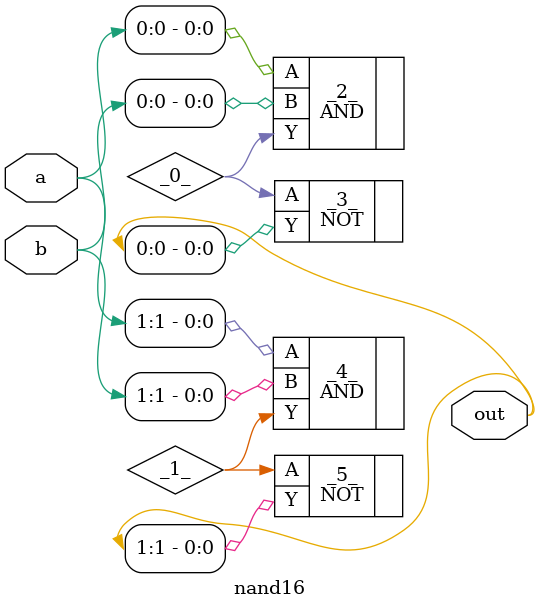
<source format=v>
/* Generated by Yosys 0.41+83 (git sha1 7045cf509, x86_64-w64-mingw32-g++ 13.2.1 -Os) */

/* cells_not_processed =  1  */
/* src = "nand16.v:2.1-10.10" */
module nand16(a, b, out);
  wire _0_;
  wire _1_;
  /* src = "nand16.v:3.22-3.23" */
  input [1:0] a;
  wire [1:0] a;
  /* src = "nand16.v:4.22-4.23" */
  input [1:0] b;
  wire [1:0] b;
  /* src = "nand16.v:5.23-5.26" */
  output [1:0] out;
  wire [1:0] out;
  AND _2_ (
    .A(a[0]),
    .B(b[0]),
    .Y(_0_)
  );
  NOT _3_ (
    .A(_0_),
    .Y(out[0])
  );
  AND _4_ (
    .A(a[1]),
    .B(b[1]),
    .Y(_1_)
  );
  NOT _5_ (
    .A(_1_),
    .Y(out[1])
  );
endmodule

</source>
